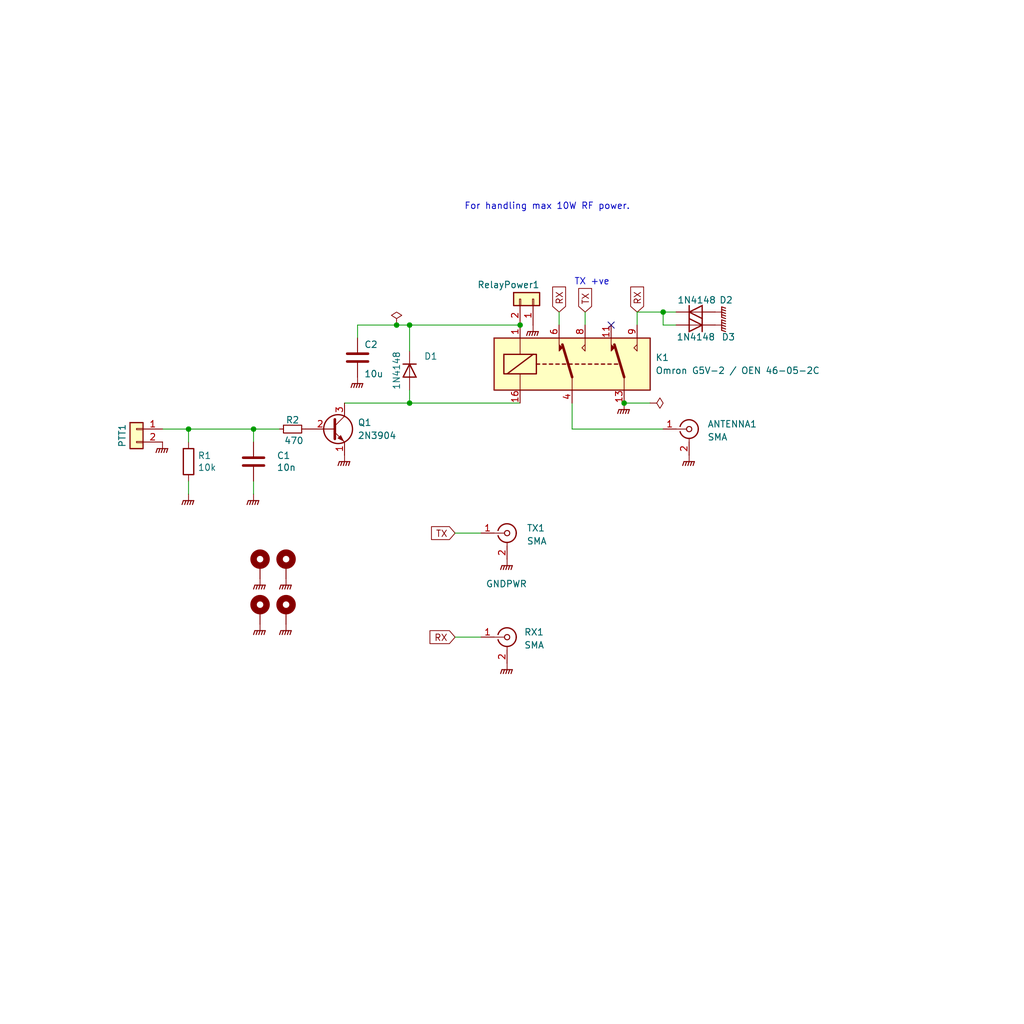
<source format=kicad_sch>
(kicad_sch (version 20240602) (generator "eeschema") (generator_version "8.99")
  (paper "User" 200.025 200.025)
  (title_block (title "PTT-Controlled T/R Switch") (date "2024-06-25") (rev "v1.02") (company "Author: Dhiru Kholia (VU3CER)"))
  (lib_symbols
    (symbol "Connector:Conn_Coaxial" (pin_names (offset 1.016) hide)
      (property "Reference" "J" (at 0.254 3.048 0))
      (property "Value" "Conn_Coaxial" (at 2.921 0 90))
      (symbol "Conn_Coaxial_0_1"
        (polyline (pts (xy -2.54 0) (xy -0.508 0)))
        (arc (start 1.778 0) (mid 0.222 -1.8079) (end -1.778 -0.508) (stroke (width 0.254)))
        (arc (start -1.778 0.508) (mid 0.2221 1.8084) (end 1.778 0) (stroke (width 0.254)))
        (circle (center 0 0) (radius 0.508) (stroke (width 0.2032)))
        (polyline (pts (xy 0 -2.54) (xy 0 -1.778)))
      )
      (symbol "Conn_Coaxial_1_1"
        (pin passive line (at -5.08 0 0) (length 2.54) (name "In") (number "1"))
        (pin passive line (at 0 -5.08 90) (length 2.54) (name "Ext") (number "2"))
      )
    )
    (symbol "Connector_Generic:Conn_01x02" (pin_names (offset 1.016) hide)
      (property "Reference" "J" (at 0 2.54 0))
      (property "Value" "Conn_01x02" (at 0 -5.08 0))
      (symbol "Conn_01x02_1_1"
        (rectangle (start -1.27 1.27) (end 1.27 -3.81) (stroke (width 0.254)) (fill (type background)))
        (rectangle (start -1.27 0.127) (end 0 -0.127) (stroke (width 0.1524)))
        (rectangle (start -1.27 -2.413) (end 0 -2.667) (stroke (width 0.1524)))
        (pin passive line (at -5.08 0 0) (length 3.81) (name "Pin_1") (number "1"))
        (pin passive line (at -5.08 -2.54 0) (length 3.81) (name "Pin_2") (number "2"))
      )
    )
    (symbol "Device:C" (pin_numbers hide) (pin_names (offset 0.254))
      (property "Reference" "C" (at 0.635 2.54 0))
      (property "Value" "C" (at 0.635 -2.54 0))
      (symbol "C_0_1"
        (polyline (pts (xy -2.032 0.762) (xy 2.032 0.762)) (stroke (width 0.508)))
        (polyline (pts (xy -2.032 -0.762) (xy 2.032 -0.762)) (stroke (width 0.508)))
      )
      (symbol "C_1_1"
        (pin passive line (at 0 3.81 270) (length 2.794) (name "~") (number "1"))
        (pin passive line (at 0 -3.81 90) (length 2.794) (name "~") (number "2"))
      )
    )
    (symbol "Device:R" (pin_numbers hide) (pin_names (offset 0))
      (property "Reference" "R" (at 2.032 0 90))
      (property "Value" "R" (at 0 0 90))
      (symbol "R_0_1"
        (rectangle (start -1.016 -2.54) (end 1.016 2.54) (stroke (width 0.254)))
      )
      (symbol "R_1_1"
        (pin passive line (at 0 3.81 270) (length 1.27) (name "~") (number "1"))
        (pin passive line (at 0 -3.81 90) (length 1.27) (name "~") (number "2"))
      )
    )
    (symbol "Device:R_Small" (pin_numbers hide) (pin_names (offset 0.254) hide)
      (property "Reference" "R" (at 0.762 0.508 0))
      (property "Value" "R_Small" (at 0.762 -1.016 0))
      (symbol "R_Small_0_1"
        (rectangle (start -0.762 1.778) (end 0.762 -1.778) (stroke (width 0.2032)))
      )
      (symbol "R_Small_1_1"
        (pin passive line (at 0 2.54 270) (length 0.762) (name "~") (number "1"))
        (pin passive line (at 0 -2.54 90) (length 0.762) (name "~") (number "2"))
      )
    )
    (symbol "Diode:1N4148" (pin_numbers hide) (pin_names hide)
      (property "Reference" "D" (at 0 2.54 0))
      (property "Value" "1N4148" (at 0 -2.54 0))
      (symbol "1N4148_0_1"
        (polyline (pts (xy -1.27 1.27) (xy -1.27 -1.27)) (stroke (width 0.254)))
        (polyline (pts (xy 1.27 1.27) (xy 1.27 -1.27) (xy -1.27 0) (xy 1.27 1.27)) (stroke (width 0.254)))
        (polyline (pts (xy 1.27 0) (xy -1.27 0)))
      )
      (symbol "1N4148_1_1"
        (pin passive line (at -3.81 0 0) (length 2.54) (name "K") (number "1"))
        (pin passive line (at 3.81 0 180) (length 2.54) (name "A") (number "2"))
      )
    )
    (symbol "Mechanical:MountingHole_Pad" (pin_numbers hide) (pin_names (offset 1.016) hide)
      (property "Reference" "H" (at 0 6.35 0))
      (property "Value" "MountingHole_Pad" (at 0 4.445 0))
      (symbol "MountingHole_Pad_0_1"
        (circle (center 0 1.27) (radius 1.27) (stroke (width 1.27)))
      )
      (symbol "MountingHole_Pad_1_1"
        (pin input line (at 0 -2.54 90) (length 2.54) (name "1") (number "1"))
      )
    )
    (symbol "Relay:G5V-2"
      (property "Reference" "K" (at 16.51 3.81 0))
      (property "Value" "G5V-2" (at 16.51 1.27 0))
      (symbol "G5V-2_0_1"
        (rectangle (start -15.24 5.08) (end 15.24 -5.08) (stroke (width 0.254)) (fill (type background)))
        (rectangle (start -13.335 1.905) (end -6.985 -1.905) (stroke (width 0.254)))
        (polyline (pts (xy -12.7 -1.905) (xy -7.62 1.905)) (stroke (width 0.254)))
        (polyline (pts (xy -10.16 5.08) (xy -10.16 1.905)))
        (polyline (pts (xy -10.16 -5.08) (xy -10.16 -1.905)))
        (polyline (pts (xy -6.985 0) (xy -6.35 0)) (stroke (width 0.254)))
        (polyline (pts (xy -5.715 0) (xy -5.08 0)) (stroke (width 0.254)))
        (polyline (pts (xy -4.445 0) (xy -3.81 0)) (stroke (width 0.254)))
        (polyline (pts (xy -3.175 0) (xy -2.54 0)) (stroke (width 0.254)))
        (polyline (pts (xy -2.54 5.08) (xy -2.54 2.54) (xy -1.905 3.175) (xy -2.54 3.81)) (fill (type outline)))
        (polyline (pts (xy -1.905 0) (xy -1.27 0)) (stroke (width 0.254)))
        (polyline (pts (xy -0.635 0) (xy 0 0)) (stroke (width 0.254)))
        (polyline (pts (xy 0 -2.54) (xy 0 -5.08)))
        (polyline (pts (xy 0 -2.54) (xy -1.905 3.81)) (stroke (width 0.508)))
        (polyline (pts (xy 0.635 0) (xy 1.27 0)) (stroke (width 0.254)))
        (polyline (pts (xy 1.905 0) (xy 2.54 0)) (stroke (width 0.254)))
        (polyline (pts (xy 2.54 5.08) (xy 2.54 2.54) (xy 1.905 3.175) (xy 2.54 3.81)))
        (polyline (pts (xy 3.175 0) (xy 3.81 0)) (stroke (width 0.254)))
        (polyline (pts (xy 4.445 0) (xy 5.08 0)) (stroke (width 0.254)))
        (polyline (pts (xy 5.715 0) (xy 6.35 0)) (stroke (width 0.254)))
        (polyline (pts (xy 6.985 0) (xy 7.62 0)) (stroke (width 0.254)))
        (polyline (pts (xy 7.62 5.08) (xy 7.62 2.54) (xy 8.255 3.175) (xy 7.62 3.81)) (fill (type outline)))
        (polyline (pts (xy 8.255 0) (xy 8.89 0)) (stroke (width 0.254)))
        (polyline (pts (xy 10.16 -2.54) (xy 10.16 -5.08)))
        (polyline (pts (xy 10.16 -2.54) (xy 8.255 3.81)) (stroke (width 0.508)))
        (polyline (pts (xy 12.7 5.08) (xy 12.7 2.54) (xy 12.065 3.175) (xy 12.7 3.81)))
      )
      (symbol "G5V-2_1_1"
        (pin passive line (at -10.16 7.62 270) (length 2.54) (name "~") (number "1"))
        (pin passive line (at -10.16 -7.62 90) (length 2.54) (name "~") (number "16"))
        (pin passive line (at -2.54 7.62 270) (length 2.54) (name "~") (number "6"))
        (pin passive line (at 0 -7.62 90) (length 2.54) (name "~") (number "4"))
        (pin passive line (at 2.54 7.62 270) (length 2.54) (name "~") (number "8"))
        (pin passive line (at 7.62 7.62 270) (length 2.54) (name "~") (number "11"))
        (pin passive line (at 10.16 -7.62 90) (length 2.54) (name "~") (number "13"))
        (pin passive line (at 12.7 7.62 270) (length 2.54) (name "~") (number "9"))
      )
    )
    (symbol "Transistor_BJT:2N3904" (pin_names (offset 0) hide)
      (property "Reference" "Q" (at 5.08 1.905 0))
      (property "Value" "2N3904" (at 5.08 0 0))
      (symbol "2N3904_0_1"
        (polyline (pts (xy 0.635 1.905) (xy 0.635 -1.905) (xy 0.635 -1.905)) (stroke (width 0.508)))
        (polyline (pts (xy 0.635 0.635) (xy 2.54 2.54)))
        (polyline (pts (xy 0.635 -0.635) (xy 2.54 -2.54) (xy 2.54 -2.54)))
        (circle (center 1.27 0) (radius 2.8194) (stroke (width 0.254)))
        (polyline (pts (xy 1.27 -1.778) (xy 1.778 -1.27) (xy 2.286 -2.286) (xy 1.27 -1.778) (xy 1.27 -1.778)) (fill (type outline)))
      )
      (symbol "2N3904_1_1"
        (pin passive line (at -5.08 0 0) (length 5.715) (name "B") (number "2"))
        (pin passive line (at 2.54 5.08 270) (length 2.54) (name "C") (number "3"))
        (pin passive line (at 2.54 -5.08 90) (length 2.54) (name "E") (number "1"))
      )
    )
    (symbol "power:GNDPWR" (power) (pin_numbers hide) (pin_names (offset 0) hide)
      (property "Value" "GNDPWR" (at 0 -3.302 0))
      (symbol "GNDPWR_0_1"
        (polyline (pts (xy -1.016 -1.27) (xy -1.27 -2.032) (xy -1.27 -2.032)) (stroke (width 0.2032)))
        (polyline (pts (xy -0.508 -1.27) (xy -0.762 -2.032) (xy -0.762 -2.032)) (stroke (width 0.2032)))
        (polyline (pts (xy 0 -1.27) (xy 0 0)))
        (polyline (pts (xy 0 -1.27) (xy -0.254 -2.032) (xy -0.254 -2.032)) (stroke (width 0.2032)))
        (polyline (pts (xy 0.508 -1.27) (xy 0.254 -2.032) (xy 0.254 -2.032)) (stroke (width 0.2032)))
        (polyline (pts (xy 1.016 -1.27) (xy 0.762 -2.032) (xy 0.762 -2.032) (xy 0.762 -2.032)) (stroke (width 0.2032)))
        (polyline (pts (xy 1.016 -1.27) (xy -1.016 -1.27) (xy -1.016 -1.27)) (stroke (width 0.2032)))
      )
      (symbol "GNDPWR_1_1"
        (pin power_in line (at 0 0 270) (length 0) (name "~") (number "1"))
      )
    )
    (symbol "power:PWR_FLAG" (power) (pin_numbers hide) (pin_names (offset 0) hide)
      (property "Value" "PWR_FLAG" (at 0 3.81 0))
      (symbol "PWR_FLAG_0_0"
        (pin power_out line (at 0 0 90) (length 0) (name "~") (number "1"))
      )
      (symbol "PWR_FLAG_0_1"
        (polyline (pts (xy 0 0) (xy 0 1.27) (xy -1.016 1.905) (xy 0 2.54) (xy 1.016 1.905) (xy 0 1.27)))
      )
    )
  )
  (text "TX +ve" (at 119.126 55.88 0) (effects (font (size 1.27 1.27)) (justify right bottom)))
  (text "For handling max 10W RF power." (at 90.678 41.148 0) (effects (font (size 1.27 1.27)) (justify left bottom)))
  (junction (at 80.01 63.5))
  (junction (at 77.47 63.5))
  (junction (at 101.6 63.5))
  (junction (at 80.01 78.74))
  (junction (at 121.92 78.74))
  (junction (at 49.53 83.82))
  (junction (at 129.54 60.96))
  (junction (at 36.83 83.82))
  (no_connect (at 119.38 63.5))
  (wire (pts (xy 36.83 93.98) (xy 36.83 96.52)))
  (wire (pts (xy 77.47 63.5) (xy 69.85 63.5)))
  (wire (pts (xy 80.01 63.5) (xy 101.6 63.5)))
  (wire (pts (xy 49.53 83.82) (xy 54.61 83.82)))
  (wire (pts (xy 36.83 83.82) (xy 49.53 83.82)))
  (wire (pts (xy 80.01 78.74) (xy 101.6 78.74)))
  (wire (pts (xy 36.83 86.36) (xy 36.83 83.82)))
  (wire (pts (xy 69.85 63.5) (xy 69.85 66.04)))
  (wire (pts (xy 111.76 83.82) (xy 129.54 83.82)))
  (wire (pts (xy 88.9 104.14) (xy 93.98 104.14)))
  (wire (pts (xy 124.46 60.96) (xy 129.54 60.96)))
  (wire (pts (xy 121.92 78.74) (xy 127 78.74)))
  (wire (pts (xy 124.46 60.96) (xy 124.46 63.5)))
  (wire (pts (xy 80.01 63.5) (xy 80.01 68.58)))
  (wire (pts (xy 49.53 93.98) (xy 49.53 96.52)))
  (wire (pts (xy 114.3 60.96) (xy 114.3 63.5)))
  (wire (pts (xy 109.22 60.96) (xy 109.22 63.5)))
  (wire (pts (xy 88.9 124.46) (xy 93.98 124.46)))
  (wire (pts (xy 129.54 63.5) (xy 129.54 60.96)))
  (wire (pts (xy 80.01 63.5) (xy 77.47 63.5)))
  (wire (pts (xy 111.76 78.74) (xy 111.76 83.82)))
  (wire (pts (xy 80.01 78.74) (xy 80.01 76.2)))
  (wire (pts (xy 31.75 83.82) (xy 36.83 83.82)))
  (wire (pts (xy 67.31 78.74) (xy 80.01 78.74)))
  (wire (pts (xy 49.53 83.82) (xy 49.53 86.36)))
  (wire (pts (xy 129.54 60.96) (xy 132.08 60.96)))
  (wire (pts (xy 132.08 63.5) (xy 129.54 63.5)))
  (global_label "RX" (shape input) (at 109.22 60.96 90) (property "Intersheetrefs" "${INTERSHEET_REFS}" (effects (hide yes))))
  (global_label "RX" (shape input) (at 88.9 124.46 180) (property "Intersheetrefs" "${INTERSHEET_REFS}" (effects (hide yes))))
  (global_label "TX" (shape input) (at 114.3 60.96 90) (property "Intersheetrefs" "${INTERSHEET_REFS}" (effects (hide yes))))
  (global_label "TX" (shape input) (at 88.9 104.14 180) (property "Intersheetrefs" "${INTERSHEET_REFS}" (effects (hide yes))))
  (global_label "RX" (shape input) (at 124.46 60.96 90) (property "Intersheetrefs" "${INTERSHEET_REFS}" (effects (hide yes))))
  (symbol (lib_id "power:GNDPWR") (at 99.06 109.22 0) (unit 1)
    (property "Reference" "#PWR0101" (effects (hide yes)))
    (property "Value" "GNDPWR" (at 98.933 114.046 0))
    (property "Description" "Power symbol creates a global label with name \"GNDPWR\" , global ground" (effects (hide yes)))
  )
  (symbol (lib_id "power:GNDPWR") (at 49.53 96.52 0) (unit 1)
    (property "Reference" "#PWR02" (effects (hide yes)))
    (property "Value" "GNDPWR" (effects (hide yes)))
    (property "Description" "Power symbol creates a global label with name \"GNDPWR\" , global ground" (effects (hide yes)))
  )
  (symbol (lib_id "Diode:1N4148") (at 80.01 72.39 270) (unit 1)
    (property "Reference" "D1" (at 82.804 69.596 90) (effects (justify left)))
    (property "Value" "1N4148" (at 77.47 68.58 0) (effects (justify left)))
    (property "Footprint" "Diode_THT:D_DO-35_SOD27_P2.54mm_Vertical_KathodeUp" (effects (hide yes)))
    (property "Datasheet" "https://www.vishay.com/docs/81857/1n4148.pdf" (effects (hide yes)))
    (property "Source" "LCSC" (effects (hide yes)))
  )
  (symbol (lib_id "power:GNDPWR") (at 31.75 86.36 0) (unit 1)
    (property "Reference" "#PWR010" (effects (hide yes)))
    (property "Value" "GNDPWR" (effects (hide yes)))
    (property "Description" "Power symbol creates a global label with name \"GNDPWR\" , global ground" (effects (hide yes)))
  )
  (symbol (lib_id "Diode:1N4148") (at 135.89 60.96 0) (unit 1)
    (property "Reference" "D2" (at 141.8336 58.6232 0))
    (property "Value" "1N4148" (at 136.0932 58.6232 0))
    (property "Footprint" "Diode_THT:D_DO-35_SOD27_P2.54mm_Vertical_KathodeUp" (effects (hide yes)))
    (property "Datasheet" "https://assets.nexperia.com/documents/data-sheet/1N4148_1N4448.pdf" (effects (hide yes)))
    (property "Sim.Device" "D" (effects (hide yes)))
    (property "Sim.Pins" "1=K 2=A" (effects (hide yes)))
  )
  (symbol (lib_id "power:GNDPWR") (at 50.8 113.03 0) (unit 1)
    (property "Reference" "#PWR0107" (effects (hide yes)))
    (property "Value" "GNDPWR" (effects (hide yes)))
    (property "Description" "Power symbol creates a global label with name \"GNDPWR\" , global ground" (effects (hide yes)))
  )
  (symbol (lib_id "power:GNDPWR") (at 69.85 73.66 0) (unit 1)
    (property "Reference" "#PWR09" (effects (hide yes)))
    (property "Value" "GNDPWR" (effects (hide yes)))
    (property "Description" "Power symbol creates a global label with name \"GNDPWR\" , global ground" (effects (hide yes)))
  )
  (symbol (lib_id "Device:R_Small") (at 57.15 83.82 90) (unit 1)
    (property "Reference" "R2" (at 57.15 82.042 90))
    (property "Value" "470" (at 57.404 86.0806 90))
    (property "Footprint" "Resistor_SMD:R_1206_3216Metric_Pad1.30x1.75mm_HandSolder" (effects (hide yes)))
    (property "Source" "LCSC" (effects (hide yes)))
  )
  (symbol (lib_id "power:PWR_FLAG") (at 77.47 63.5 0) (unit 1)
    (property "Reference" "#FLG01" (effects (hide yes)))
    (property "Value" "PWR_FLAG" (effects (hide yes)))
    (property "Description" "Special symbol for telling ERC where power comes from" (effects (hide yes)))
  )
  (symbol (lib_id "power:GNDPWR") (at 50.8 121.92 0) (unit 1)
    (property "Reference" "#PWR0106" (effects (hide yes)))
    (property "Value" "GNDPWR" (effects (hide yes)))
    (property "Description" "Power symbol creates a global label with name \"GNDPWR\" , global ground" (effects (hide yes)))
  )
  (symbol (lib_id "power:GNDPWR") (at 104.14 63.5 0) (unit 1)
    (property "Reference" "#PWR05" (effects (hide yes)))
    (property "Value" "GNDPWR" (effects (hide yes)))
    (property "Description" "Power symbol creates a global label with name \"GNDPWR\" , global ground" (effects (hide yes)))
  )
  (symbol (lib_id "power:GNDPWR") (at 134.62 88.9 0) (unit 1)
    (property "Reference" "#PWR07" (effects (hide yes)))
    (property "Value" "GNDPWR" (effects (hide yes)))
    (property "Description" "Power symbol creates a global label with name \"GNDPWR\" , global ground" (effects (hide yes)))
  )
  (symbol (lib_id "power:GNDPWR") (at 121.92 78.74 0) (unit 1)
    (property "Reference" "#PWR06" (effects (hide yes)))
    (property "Value" "GNDPWR" (effects (hide yes)))
    (property "Description" "Power symbol creates a global label with name \"GNDPWR\" , global ground" (effects (hide yes)))
  )
  (symbol (lib_id "Connector:Conn_Coaxial") (at 134.62 83.82 0) (unit 1)
    (property "Reference" "ANTENNA1" (at 138.176 82.8431 0) (effects (justify left)))
    (property "Value" "SMA" (at 138.176 85.3831 0) (effects (justify left)))
    (property "Footprint" "Connector_Coaxial:SMA_Amphenol_901-144_Vertical" (effects (hide yes)))
    (property "Description" "coaxial connector (BNC, SMA, SMB, SMC, Cinch/RCA, LEMO, ...)" (effects (hide yes)))
  )
  (symbol (lib_id "Device:C") (at 49.53 90.17 0) (unit 1)
    (property "Reference" "C1" (at 54.0512 89.0016 0) (effects (justify left)))
    (property "Value" "10n" (at 54.0512 91.313 0) (effects (justify left)))
    (property "Footprint" "Capacitor_SMD:C_1206_3216Metric_Pad1.33x1.80mm_HandSolder" (effects (hide yes)))
    (property "Source" "LCSC" (effects (hide yes)))
  )
  (symbol (lib_id "Mechanical:MountingHole_Pad") (at 55.88 119.38 0) (unit 1)
    (property "Reference" "H4" (effects (hide yes)))
    (property "Value" "MountingHole" (effects (hide yes)))
    (property "Footprint" "MountingHole:MountingHole_2.2mm_M2_Pad_Via" (effects (hide yes)))
  )
  (symbol (lib_id "power:GNDPWR") (at 55.88 121.92 0) (unit 1)
    (property "Reference" "#PWR0108" (effects (hide yes)))
    (property "Value" "GNDPWR" (effects (hide yes)))
    (property "Description" "Power symbol creates a global label with name \"GNDPWR\" , global ground" (effects (hide yes)))
  )
  (symbol (lib_id "power:GNDPWR") (at 139.7 60.96 90) (unit 1)
    (property "Reference" "#PWR03" (effects (hide yes)))
    (property "Value" "GNDPWR" (effects (hide yes)))
    (property "Description" "Power symbol creates a global label with name \"GNDPWR\" , global ground" (effects (hide yes)))
  )
  (symbol (lib_id "power:GNDPWR") (at 99.06 129.54 0) (unit 1)
    (property "Reference" "#PWR0102" (effects (hide yes)))
    (property "Value" "GNDPWR" (effects (hide yes)))
    (property "Description" "Power symbol creates a global label with name \"GNDPWR\" , global ground" (effects (hide yes)))
  )
  (symbol (lib_id "Device:R") (at 36.83 90.17 0) (unit 1)
    (property "Reference" "R1" (at 38.608 89.0016 0) (effects (justify left)))
    (property "Value" "10k" (at 38.608 91.313 0) (effects (justify left)))
    (property "Footprint" "Resistor_SMD:R_1206_3216Metric_Pad1.30x1.75mm_HandSolder" (effects (hide yes)))
    (property "Source" "LCSC" (effects (hide yes)))
  )
  (symbol (lib_id "Device:C") (at 69.85 69.85 0) (unit 1)
    (property "Reference" "C2" (at 71.12 67.31 0) (effects (justify left)))
    (property "Value" "10u" (at 71.12 73.025 0) (effects (justify left)))
    (property "Footprint" "Capacitor_SMD:C_1206_3216Metric_Pad1.33x1.80mm_HandSolder" (effects (hide yes)))
    (property "Source" "LCSC" (effects (hide yes)))
  )
  (symbol (lib_id "Connector_Generic:Conn_01x02") (at 104.14 58.42 270) (mirror x) (unit 1)
    (property "Reference" "5V1" (effects (hide yes)))
    (property "Value" "RelayPower1" (at 99.314 55.626 90))
    (property "Footprint" "Connector_PinHeader_2.54mm:PinHeader_1x02_P2.54mm_Vertical" (effects (hide yes)))
  )
  (symbol (lib_id "Mechanical:MountingHole_Pad") (at 55.88 110.49 0) (unit 1)
    (property "Reference" "H2" (effects (hide yes)))
    (property "Value" "MountingHole" (effects (hide yes)))
    (property "Footprint" "MountingHole:MountingHole_2.2mm_M2_Pad_Via" (effects (hide yes)))
  )
  (symbol (lib_id "power:PWR_FLAG") (at 127 78.74 270) (unit 1)
    (property "Reference" "#FLG02" (effects (hide yes)))
    (property "Value" "PWR_FLAG" (effects (hide yes)))
    (property "Description" "Special symbol for telling ERC where power comes from" (effects (hide yes)))
  )
  (symbol (lib_id "power:GNDPWR") (at 139.7 63.5 90) (unit 1)
    (property "Reference" "#PWR04" (effects (hide yes)))
    (property "Value" "GNDPWR" (effects (hide yes)))
    (property "Description" "Power symbol creates a global label with name \"GNDPWR\" , global ground" (effects (hide yes)))
  )
  (symbol (lib_id "Transistor_BJT:2N3904") (at 64.77 83.82 0) (unit 1)
    (property "Reference" "Q1" (at 69.85 82.5499 0) (effects (justify left)))
    (property "Value" "2N3904" (at 69.85 85.0899 0) (effects (justify left)))
    (property "Footprint" "Package_TO_SOT_THT:TO-92_HandSolder" (effects (hide yes)))
    (property "Datasheet" "https://www.onsemi.com/pub/Collateral/2N3903-D.PDF" (effects (hide yes)))
    (property "Description" "0.2A Ic, 40V Vce, Small Signal NPN Transistor, TO-92" (effects (hide yes)))
  )
  (symbol (lib_id "Relay:G5V-2") (at 111.76 71.12 0) (unit 1)
    (property "Reference" "K1" (at 128.016 69.8499 0) (effects (justify left)))
    (property "Value" "Omron G5V-2 / OEN 46-05-2C" (at 128.016 72.3899 0) (effects (justify left)))
    (property "Footprint" "Relay_THT:Relay_DPDT_Omron_G5V-2" (effects (hide yes)))
    (property "Datasheet" "http://omronfs.omron.com/en_US/ecb/products/pdf/en-g5v_2.pdf" (effects (hide yes)))
  )
  (symbol (lib_id "Connector:Conn_Coaxial") (at 99.06 124.46 0) (unit 1)
    (property "Reference" "RX1" (at 102.362 123.4831 0) (effects (justify left)))
    (property "Value" "SMA" (at 102.362 126.0231 0) (effects (justify left)))
    (property "Footprint" "Connector_Coaxial:SMA_Amphenol_901-144_Vertical" (effects (hide yes)))
    (property "Description" "coaxial connector (BNC, SMA, SMB, SMC, Cinch/RCA, LEMO, ...)" (effects (hide yes)))
  )
  (symbol (lib_id "power:GNDPWR") (at 67.31 88.9 0) (unit 1)
    (property "Reference" "#PWR08" (effects (hide yes)))
    (property "Value" "GNDPWR" (effects (hide yes)))
    (property "Description" "Power symbol creates a global label with name \"GNDPWR\" , global ground" (effects (hide yes)))
  )
  (symbol (lib_id "power:GNDPWR") (at 55.88 113.03 0) (unit 1)
    (property "Reference" "#PWR0105" (effects (hide yes)))
    (property "Value" "GNDPWR" (effects (hide yes)))
    (property "Description" "Power symbol creates a global label with name \"GNDPWR\" , global ground" (effects (hide yes)))
  )
  (symbol (lib_id "Connector:Conn_Coaxial") (at 99.06 104.14 0) (unit 1)
    (property "Reference" "TX1" (at 102.87 103.1631 0) (effects (justify left)))
    (property "Value" "SMA" (at 102.87 105.7031 0) (effects (justify left)))
    (property "Footprint" "Connector_Coaxial:SMA_Amphenol_901-144_Vertical" (effects (hide yes)))
    (property "Description" "coaxial connector (BNC, SMA, SMB, SMC, Cinch/RCA, LEMO, ...)" (effects (hide yes)))
  )
  (symbol (lib_id "Mechanical:MountingHole_Pad") (at 50.8 119.38 0) (unit 1)
    (property "Reference" "H3" (effects (hide yes)))
    (property "Value" "MountingHole" (effects (hide yes)))
    (property "Footprint" "MountingHole:MountingHole_2.2mm_M2_Pad_Via" (effects (hide yes)))
  )
  (symbol (lib_id "Mechanical:MountingHole_Pad") (at 50.8 110.49 0) (unit 1)
    (property "Reference" "H1" (effects (hide yes)))
    (property "Value" "MountingHole" (effects (hide yes)))
    (property "Footprint" "MountingHole:MountingHole_2.2mm_M2_Pad_Via" (effects (hide yes)))
  )
  (symbol (lib_id "Diode:1N4148") (at 135.89 63.5 180) (unit 1)
    (property "Reference" "D3" (at 142.2908 65.8368 0))
    (property "Value" "1N4148" (at 135.9408 65.8368 0))
    (property "Footprint" "Diode_THT:D_DO-35_SOD27_P2.54mm_Vertical_KathodeUp" (effects (hide yes)))
    (property "Datasheet" "https://assets.nexperia.com/documents/data-sheet/1N4148_1N4448.pdf" (effects (hide yes)))
    (property "Sim.Device" "D" (effects (hide yes)))
    (property "Sim.Pins" "1=K 2=A" (effects (hide yes)))
  )
  (symbol (lib_id "power:GNDPWR") (at 36.83 96.52 0) (unit 1)
    (property "Reference" "#PWR01" (effects (hide yes)))
    (property "Value" "GNDPWR" (effects (hide yes)))
    (property "Description" "Power symbol creates a global label with name \"GNDPWR\" , global ground" (effects (hide yes)))
  )
  (symbol (lib_id "Connector_Generic:Conn_01x02") (at 26.67 83.82 0) (mirror y) (unit 1)
    (property "Reference" "PTT1" (effects (hide yes)))
    (property "Value" "PTT1" (at 23.876 85.09 90))
    (property "Footprint" "Connector_PinHeader_2.54mm:PinHeader_1x02_P2.54mm_Vertical" (effects (hide yes)))
  )
)
</source>
